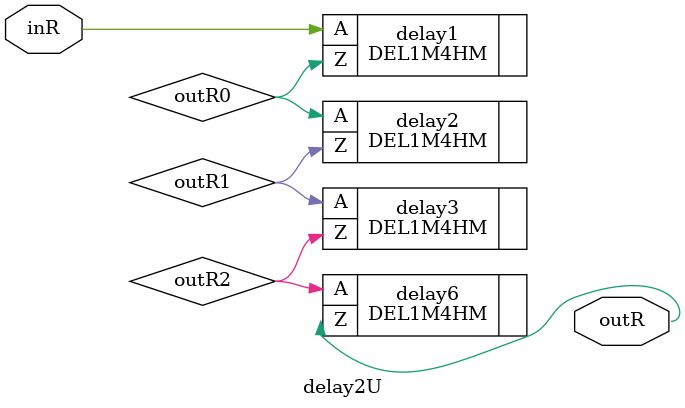
<source format=v>
`timescale 1ns / 1ps

module delay2U(inR, outR);
input inR;
output outR;

wire outR0,outR1,outR2;
DEL1M4HM delay1 ( .A(inR), .Z(outR0) );
DEL1M4HM delay2 ( .A(outR0), .Z(outR1) );
DEL1M4HM delay3 ( .A(outR1), .Z(outR2) );
DEL1M4HM delay6 ( .A(outR2), .Z(outR) );
endmodule

</source>
